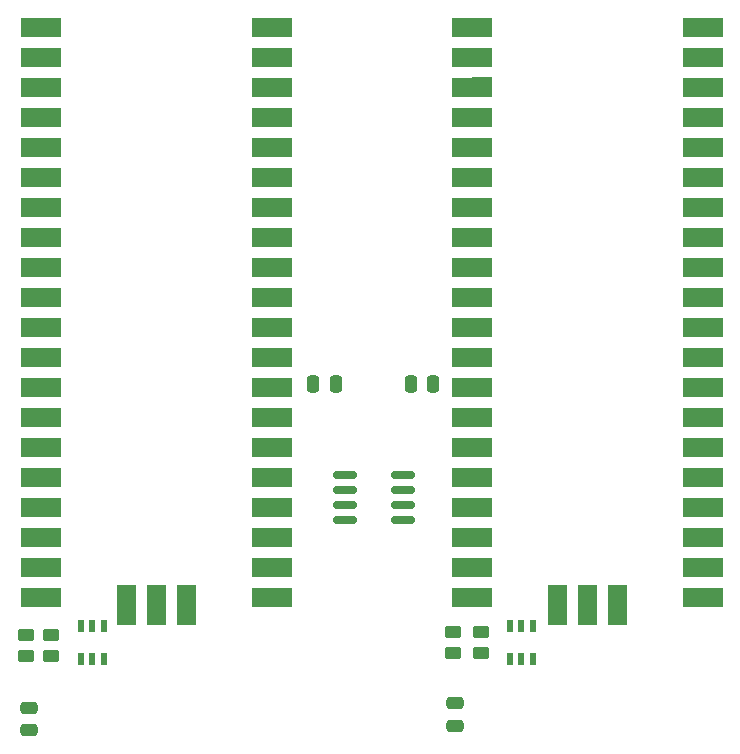
<source format=gbr>
%TF.GenerationSoftware,KiCad,Pcbnew,7.0.9*%
%TF.CreationDate,2024-01-30T21:05:40+01:00*%
%TF.ProjectId,DeskHop_Rev1,4465736b-486f-4705-9f52-6576312e6b69,rev?*%
%TF.SameCoordinates,Original*%
%TF.FileFunction,Paste,Top*%
%TF.FilePolarity,Positive*%
%FSLAX46Y46*%
G04 Gerber Fmt 4.6, Leading zero omitted, Abs format (unit mm)*
G04 Created by KiCad (PCBNEW 7.0.9) date 2024-01-30 21:05:40*
%MOMM*%
%LPD*%
G01*
G04 APERTURE LIST*
G04 Aperture macros list*
%AMRoundRect*
0 Rectangle with rounded corners*
0 $1 Rounding radius*
0 $2 $3 $4 $5 $6 $7 $8 $9 X,Y pos of 4 corners*
0 Add a 4 corners polygon primitive as box body*
4,1,4,$2,$3,$4,$5,$6,$7,$8,$9,$2,$3,0*
0 Add four circle primitives for the rounded corners*
1,1,$1+$1,$2,$3*
1,1,$1+$1,$4,$5*
1,1,$1+$1,$6,$7*
1,1,$1+$1,$8,$9*
0 Add four rect primitives between the rounded corners*
20,1,$1+$1,$2,$3,$4,$5,0*
20,1,$1+$1,$4,$5,$6,$7,0*
20,1,$1+$1,$6,$7,$8,$9,0*
20,1,$1+$1,$8,$9,$2,$3,0*%
G04 Aperture macros list end*
%ADD10C,0.100000*%
%ADD11R,1.700000X1.700000*%
%ADD12RoundRect,0.250000X-0.250000X-0.475000X0.250000X-0.475000X0.250000X0.475000X-0.250000X0.475000X0*%
%ADD13RoundRect,0.250000X-0.475000X0.250000X-0.475000X-0.250000X0.475000X-0.250000X0.475000X0.250000X0*%
%ADD14R,0.550013X1.000000*%
%ADD15RoundRect,0.250000X-0.450000X0.262500X-0.450000X-0.262500X0.450000X-0.262500X0.450000X0.262500X0*%
%ADD16RoundRect,0.150000X-0.825000X-0.150000X0.825000X-0.150000X0.825000X0.150000X-0.825000X0.150000X0*%
%ADD17RoundRect,0.250000X0.250000X0.475000X-0.250000X0.475000X-0.250000X-0.475000X0.250000X-0.475000X0*%
G04 APERTURE END LIST*
D10*
X60317381Y-83568061D02*
X57015381Y-83568061D01*
X57015381Y-82044061D01*
X60317381Y-82044061D01*
X60317381Y-83568061D01*
G36*
X60317381Y-83568061D02*
G01*
X57015381Y-83568061D01*
X57015381Y-82044061D01*
X60317381Y-82044061D01*
X60317381Y-83568061D01*
G37*
X96774000Y-81026000D02*
X93472000Y-81026000D01*
X93472000Y-79502000D01*
X96774000Y-79502000D01*
X96774000Y-81026000D01*
G36*
X96774000Y-81026000D02*
G01*
X93472000Y-81026000D01*
X93472000Y-79502000D01*
X96774000Y-79502000D01*
X96774000Y-81026000D01*
G37*
X60315734Y-70825047D02*
X57013734Y-70825047D01*
X57013734Y-69301047D01*
X60315734Y-69301047D01*
X60315734Y-70825047D01*
G36*
X60315734Y-70825047D02*
G01*
X57013734Y-70825047D01*
X57013734Y-69301047D01*
X60315734Y-69301047D01*
X60315734Y-70825047D01*
G37*
X40721244Y-68282544D02*
X37419244Y-68282544D01*
X37419244Y-66758544D01*
X40721244Y-66758544D01*
X40721244Y-68282544D01*
G36*
X40721244Y-68282544D02*
G01*
X37419244Y-68282544D01*
X37419244Y-66758544D01*
X40721244Y-66758544D01*
X40721244Y-68282544D01*
G37*
X77216000Y-88646000D02*
X73914000Y-88646000D01*
X73914000Y-87122000D01*
X77216000Y-87122000D01*
X77216000Y-88646000D01*
G36*
X77216000Y-88646000D02*
G01*
X73914000Y-88646000D01*
X73914000Y-87122000D01*
X77216000Y-87122000D01*
X77216000Y-88646000D01*
G37*
X40721244Y-78442544D02*
X37419244Y-78442544D01*
X37419244Y-76918544D01*
X40721244Y-76918544D01*
X40721244Y-78442544D01*
G36*
X40721244Y-78442544D02*
G01*
X37419244Y-78442544D01*
X37419244Y-76918544D01*
X40721244Y-76918544D01*
X40721244Y-78442544D01*
G37*
X40721244Y-60662544D02*
X37419244Y-60662544D01*
X37419244Y-59138544D01*
X40721244Y-59138544D01*
X40721244Y-60662544D01*
G36*
X40721244Y-60662544D02*
G01*
X37419244Y-60662544D01*
X37419244Y-59138544D01*
X40721244Y-59138544D01*
X40721244Y-60662544D01*
G37*
X96774000Y-50546000D02*
X93472000Y-50546000D01*
X93472000Y-49022000D01*
X96774000Y-49022000D01*
X96774000Y-50546000D01*
G36*
X96774000Y-50546000D02*
G01*
X93472000Y-50546000D01*
X93472000Y-49022000D01*
X96774000Y-49022000D01*
X96774000Y-50546000D01*
G37*
X96774000Y-70866000D02*
X93472000Y-70866000D01*
X93472000Y-69342000D01*
X96774000Y-69342000D01*
X96774000Y-70866000D01*
G36*
X96774000Y-70866000D02*
G01*
X93472000Y-70866000D01*
X93472000Y-69342000D01*
X96774000Y-69342000D01*
X96774000Y-70866000D01*
G37*
X77216000Y-81026000D02*
X73914000Y-81026000D01*
X73914000Y-79502000D01*
X77216000Y-79502000D01*
X77216000Y-81026000D01*
G36*
X77216000Y-81026000D02*
G01*
X73914000Y-81026000D01*
X73914000Y-79502000D01*
X77216000Y-79502000D01*
X77216000Y-81026000D01*
G37*
X96774000Y-88646000D02*
X93472000Y-88646000D01*
X93472000Y-87122000D01*
X96774000Y-87122000D01*
X96774000Y-88646000D01*
G36*
X96774000Y-88646000D02*
G01*
X93472000Y-88646000D01*
X93472000Y-87122000D01*
X96774000Y-87122000D01*
X96774000Y-88646000D01*
G37*
X60315734Y-73365047D02*
X57013734Y-73365047D01*
X57013734Y-71841047D01*
X60315734Y-71841047D01*
X60315734Y-73365047D01*
G36*
X60315734Y-73365047D02*
G01*
X57013734Y-73365047D01*
X57013734Y-71841047D01*
X60315734Y-71841047D01*
X60315734Y-73365047D01*
G37*
X96774000Y-68326000D02*
X93472000Y-68326000D01*
X93472000Y-66802000D01*
X96774000Y-66802000D01*
X96774000Y-68326000D01*
G36*
X96774000Y-68326000D02*
G01*
X93472000Y-68326000D01*
X93472000Y-66802000D01*
X96774000Y-66802000D01*
X96774000Y-68326000D01*
G37*
X60315734Y-75905047D02*
X57013734Y-75905047D01*
X57013734Y-74381047D01*
X60315734Y-74381047D01*
X60315734Y-75905047D01*
G36*
X60315734Y-75905047D02*
G01*
X57013734Y-75905047D01*
X57013734Y-74381047D01*
X60315734Y-74381047D01*
X60315734Y-75905047D01*
G37*
X96774000Y-91186000D02*
X93472000Y-91186000D01*
X93472000Y-89662000D01*
X96774000Y-89662000D01*
X96774000Y-91186000D01*
G36*
X96774000Y-91186000D02*
G01*
X93472000Y-91186000D01*
X93472000Y-89662000D01*
X96774000Y-89662000D01*
X96774000Y-91186000D01*
G37*
X49654297Y-95249999D02*
X48130297Y-95249999D01*
X48130297Y-91947999D01*
X49654297Y-91947999D01*
X49654297Y-95249999D01*
G36*
X49654297Y-95249999D02*
G01*
X48130297Y-95249999D01*
X48130297Y-91947999D01*
X49654297Y-91947999D01*
X49654297Y-95249999D01*
G37*
X40721244Y-73362544D02*
X37419244Y-73362544D01*
X37419244Y-71838544D01*
X40721244Y-71838544D01*
X40721244Y-73362544D01*
G36*
X40721244Y-73362544D02*
G01*
X37419244Y-73362544D01*
X37419244Y-71838544D01*
X40721244Y-71838544D01*
X40721244Y-73362544D01*
G37*
X77216000Y-68326000D02*
X73914000Y-68326000D01*
X73914000Y-66802000D01*
X77216000Y-66802000D01*
X77216000Y-68326000D01*
G36*
X77216000Y-68326000D02*
G01*
X73914000Y-68326000D01*
X73914000Y-66802000D01*
X77216000Y-66802000D01*
X77216000Y-68326000D01*
G37*
X96774000Y-65786000D02*
X93472000Y-65786000D01*
X93472000Y-64262000D01*
X96774000Y-64262000D01*
X96774000Y-65786000D01*
G36*
X96774000Y-65786000D02*
G01*
X93472000Y-65786000D01*
X93472000Y-64262000D01*
X96774000Y-64262000D01*
X96774000Y-65786000D01*
G37*
X96774000Y-86106000D02*
X93472000Y-86106000D01*
X93472000Y-84582000D01*
X96774000Y-84582000D01*
X96774000Y-86106000D01*
G36*
X96774000Y-86106000D02*
G01*
X93472000Y-86106000D01*
X93472000Y-84582000D01*
X96774000Y-84582000D01*
X96774000Y-86106000D01*
G37*
X60317381Y-93728061D02*
X57015381Y-93728061D01*
X57015381Y-92204061D01*
X60317381Y-92204061D01*
X60317381Y-93728061D01*
G36*
X60317381Y-93728061D02*
G01*
X57015381Y-93728061D01*
X57015381Y-92204061D01*
X60317381Y-92204061D01*
X60317381Y-93728061D01*
G37*
X77216000Y-50546000D02*
X73914000Y-50546000D01*
X73914000Y-49022000D01*
X77216000Y-49022000D01*
X77216000Y-50546000D01*
G36*
X77216000Y-50546000D02*
G01*
X73914000Y-50546000D01*
X73914000Y-49022000D01*
X77216000Y-49022000D01*
X77216000Y-50546000D01*
G37*
X96774000Y-58166000D02*
X93472000Y-58166000D01*
X93472000Y-56642000D01*
X96774000Y-56642000D01*
X96774000Y-58166000D01*
G36*
X96774000Y-58166000D02*
G01*
X93472000Y-58166000D01*
X93472000Y-56642000D01*
X96774000Y-56642000D01*
X96774000Y-58166000D01*
G37*
X40717563Y-47970959D02*
X37415563Y-47970959D01*
X37415563Y-46446959D01*
X40717563Y-46446959D01*
X40717563Y-47970959D01*
G36*
X40717563Y-47970959D02*
G01*
X37415563Y-47970959D01*
X37415563Y-46446959D01*
X40717563Y-46446959D01*
X40717563Y-47970959D01*
G37*
X77216000Y-60706000D02*
X73914000Y-60706000D01*
X73914000Y-59182000D01*
X77216000Y-59182000D01*
X77216000Y-60706000D01*
G36*
X77216000Y-60706000D02*
G01*
X73914000Y-60706000D01*
X73914000Y-59182000D01*
X77216000Y-59182000D01*
X77216000Y-60706000D01*
G37*
X77216000Y-63246000D02*
X73914000Y-63246000D01*
X73914000Y-61722000D01*
X77216000Y-61722000D01*
X77216000Y-63246000D01*
G36*
X77216000Y-63246000D02*
G01*
X73914000Y-63246000D01*
X73914000Y-61722000D01*
X77216000Y-61722000D01*
X77216000Y-63246000D01*
G37*
X60275563Y-53050959D02*
X56973563Y-53050959D01*
X56973563Y-51526959D01*
X60275563Y-51526959D01*
X60275563Y-53050959D01*
G36*
X60275563Y-53050959D02*
G01*
X56973563Y-53050959D01*
X56973563Y-51526959D01*
X60275563Y-51526959D01*
X60275563Y-53050959D01*
G37*
X77216000Y-91186000D02*
X73914000Y-91186000D01*
X73914000Y-89662000D01*
X77216000Y-89662000D01*
X77216000Y-91186000D01*
G36*
X77216000Y-91186000D02*
G01*
X73914000Y-91186000D01*
X73914000Y-89662000D01*
X77216000Y-89662000D01*
X77216000Y-91186000D01*
G37*
X83566000Y-95250000D02*
X82042000Y-95250000D01*
X82042000Y-91948000D01*
X83566000Y-91948000D01*
X83566000Y-95250000D01*
G36*
X83566000Y-95250000D02*
G01*
X82042000Y-95250000D01*
X82042000Y-91948000D01*
X83566000Y-91948000D01*
X83566000Y-95250000D01*
G37*
X96774000Y-48006000D02*
X93472000Y-48006000D01*
X93472000Y-46482000D01*
X96774000Y-46482000D01*
X96774000Y-48006000D01*
G36*
X96774000Y-48006000D02*
G01*
X93472000Y-48006000D01*
X93472000Y-46482000D01*
X96774000Y-46482000D01*
X96774000Y-48006000D01*
G37*
X40721244Y-80982544D02*
X37419244Y-80982544D01*
X37419244Y-79458544D01*
X40721244Y-79458544D01*
X40721244Y-80982544D01*
G36*
X40721244Y-80982544D02*
G01*
X37419244Y-80982544D01*
X37419244Y-79458544D01*
X40721244Y-79458544D01*
X40721244Y-80982544D01*
G37*
X40721244Y-55582544D02*
X37419244Y-55582544D01*
X37419244Y-54058544D01*
X40721244Y-54058544D01*
X40721244Y-55582544D01*
G36*
X40721244Y-55582544D02*
G01*
X37419244Y-55582544D01*
X37419244Y-54058544D01*
X40721244Y-54058544D01*
X40721244Y-55582544D01*
G37*
X40717563Y-50510959D02*
X37415563Y-50510959D01*
X37415563Y-48986959D01*
X40717563Y-48986959D01*
X40717563Y-50510959D01*
G36*
X40717563Y-50510959D02*
G01*
X37415563Y-50510959D01*
X37415563Y-48986959D01*
X40717563Y-48986959D01*
X40717563Y-50510959D01*
G37*
X40721244Y-86062544D02*
X37419244Y-86062544D01*
X37419244Y-84538544D01*
X40721244Y-84538544D01*
X40721244Y-86062544D01*
G36*
X40721244Y-86062544D02*
G01*
X37419244Y-86062544D01*
X37419244Y-84538544D01*
X40721244Y-84538544D01*
X40721244Y-86062544D01*
G37*
X40721244Y-75902544D02*
X37419244Y-75902544D01*
X37419244Y-74378544D01*
X40721244Y-74378544D01*
X40721244Y-75902544D01*
G36*
X40721244Y-75902544D02*
G01*
X37419244Y-75902544D01*
X37419244Y-74378544D01*
X40721244Y-74378544D01*
X40721244Y-75902544D01*
G37*
X40721244Y-58122544D02*
X37419244Y-58122544D01*
X37419244Y-56598544D01*
X40721244Y-56598544D01*
X40721244Y-58122544D01*
G36*
X40721244Y-58122544D02*
G01*
X37419244Y-58122544D01*
X37419244Y-56598544D01*
X40721244Y-56598544D01*
X40721244Y-58122544D01*
G37*
X40717563Y-45430959D02*
X37415563Y-45430959D01*
X37415563Y-43906959D01*
X40717563Y-43906959D01*
X40717563Y-45430959D01*
G36*
X40717563Y-45430959D02*
G01*
X37415563Y-45430959D01*
X37415563Y-43906959D01*
X40717563Y-43906959D01*
X40717563Y-45430959D01*
G37*
X60317381Y-88648061D02*
X57015381Y-88648061D01*
X57015381Y-87124061D01*
X60317381Y-87124061D01*
X60317381Y-88648061D01*
G36*
X60317381Y-88648061D02*
G01*
X57015381Y-88648061D01*
X57015381Y-87124061D01*
X60317381Y-87124061D01*
X60317381Y-88648061D01*
G37*
X77216000Y-55626000D02*
X73914000Y-55626000D01*
X73914000Y-54102000D01*
X77216000Y-54102000D01*
X77216000Y-55626000D01*
G36*
X77216000Y-55626000D02*
G01*
X73914000Y-55626000D01*
X73914000Y-54102000D01*
X77216000Y-54102000D01*
X77216000Y-55626000D01*
G37*
X86106000Y-95250000D02*
X84582000Y-95250000D01*
X84582000Y-91948000D01*
X86106000Y-91948000D01*
X86106000Y-95250000D01*
G36*
X86106000Y-95250000D02*
G01*
X84582000Y-95250000D01*
X84582000Y-91948000D01*
X86106000Y-91948000D01*
X86106000Y-95250000D01*
G37*
X77216000Y-45466000D02*
X73914000Y-45466000D01*
X73914000Y-43942000D01*
X77216000Y-43942000D01*
X77216000Y-45466000D01*
G36*
X77216000Y-45466000D02*
G01*
X73914000Y-45466000D01*
X73914000Y-43942000D01*
X77216000Y-43942000D01*
X77216000Y-45466000D01*
G37*
X96774000Y-75946000D02*
X93472000Y-75946000D01*
X93472000Y-74422000D01*
X96774000Y-74422000D01*
X96774000Y-75946000D01*
G36*
X96774000Y-75946000D02*
G01*
X93472000Y-75946000D01*
X93472000Y-74422000D01*
X96774000Y-74422000D01*
X96774000Y-75946000D01*
G37*
X40721244Y-91142544D02*
X37419244Y-91142544D01*
X37419244Y-89618544D01*
X40721244Y-89618544D01*
X40721244Y-91142544D01*
G36*
X40721244Y-91142544D02*
G01*
X37419244Y-91142544D01*
X37419244Y-89618544D01*
X40721244Y-89618544D01*
X40721244Y-91142544D01*
G37*
X47114297Y-95249999D02*
X45590297Y-95249999D01*
X45590297Y-91947999D01*
X47114297Y-91947999D01*
X47114297Y-95249999D01*
G36*
X47114297Y-95249999D02*
G01*
X45590297Y-95249999D01*
X45590297Y-91947999D01*
X47114297Y-91947999D01*
X47114297Y-95249999D01*
G37*
X60275563Y-47970959D02*
X56973563Y-47970959D01*
X56973563Y-46446959D01*
X60275563Y-46446959D01*
X60275563Y-47970959D01*
G36*
X60275563Y-47970959D02*
G01*
X56973563Y-47970959D01*
X56973563Y-46446959D01*
X60275563Y-46446959D01*
X60275563Y-47970959D01*
G37*
X96774000Y-45466000D02*
X93472000Y-45466000D01*
X93472000Y-43942000D01*
X96774000Y-43942000D01*
X96774000Y-45466000D01*
G36*
X96774000Y-45466000D02*
G01*
X93472000Y-45466000D01*
X93472000Y-43942000D01*
X96774000Y-43942000D01*
X96774000Y-45466000D01*
G37*
X77216000Y-75946000D02*
X73914000Y-75946000D01*
X73914000Y-74422000D01*
X77216000Y-74422000D01*
X77216000Y-75946000D01*
G36*
X77216000Y-75946000D02*
G01*
X73914000Y-75946000D01*
X73914000Y-74422000D01*
X77216000Y-74422000D01*
X77216000Y-75946000D01*
G37*
X96774000Y-63246000D02*
X93472000Y-63246000D01*
X93472000Y-61722000D01*
X96774000Y-61722000D01*
X96774000Y-63246000D01*
G36*
X96774000Y-63246000D02*
G01*
X93472000Y-63246000D01*
X93472000Y-61722000D01*
X96774000Y-61722000D01*
X96774000Y-63246000D01*
G37*
X60275563Y-50510959D02*
X56973563Y-50510959D01*
X56973563Y-48986959D01*
X60275563Y-48986959D01*
X60275563Y-50510959D01*
G36*
X60275563Y-50510959D02*
G01*
X56973563Y-50510959D01*
X56973563Y-48986959D01*
X60275563Y-48986959D01*
X60275563Y-50510959D01*
G37*
X60315734Y-63205047D02*
X57013734Y-63205047D01*
X57013734Y-61681047D01*
X60315734Y-61681047D01*
X60315734Y-63205047D01*
G36*
X60315734Y-63205047D02*
G01*
X57013734Y-63205047D01*
X57013734Y-61681047D01*
X60315734Y-61681047D01*
X60315734Y-63205047D01*
G37*
X96774000Y-55626000D02*
X93472000Y-55626000D01*
X93472000Y-54102000D01*
X96774000Y-54102000D01*
X96774000Y-55626000D01*
G36*
X96774000Y-55626000D02*
G01*
X93472000Y-55626000D01*
X93472000Y-54102000D01*
X96774000Y-54102000D01*
X96774000Y-55626000D01*
G37*
X60317381Y-91188061D02*
X57015381Y-91188061D01*
X57015381Y-89664061D01*
X60317381Y-89664061D01*
X60317381Y-91188061D01*
G36*
X60317381Y-91188061D02*
G01*
X57015381Y-91188061D01*
X57015381Y-89664061D01*
X60317381Y-89664061D01*
X60317381Y-91188061D01*
G37*
X77216000Y-83566000D02*
X73914000Y-83566000D01*
X73914000Y-82042000D01*
X77216000Y-82042000D01*
X77216000Y-83566000D01*
G36*
X77216000Y-83566000D02*
G01*
X73914000Y-83566000D01*
X73914000Y-82042000D01*
X77216000Y-82042000D01*
X77216000Y-83566000D01*
G37*
X60275563Y-45430959D02*
X56973563Y-45430959D01*
X56973563Y-43906959D01*
X60275563Y-43906959D01*
X60275563Y-45430959D01*
G36*
X60275563Y-45430959D02*
G01*
X56973563Y-45430959D01*
X56973563Y-43906959D01*
X60275563Y-43906959D01*
X60275563Y-45430959D01*
G37*
X96774000Y-93726000D02*
X93472000Y-93726000D01*
X93472000Y-92202000D01*
X96774000Y-92202000D01*
X96774000Y-93726000D01*
G36*
X96774000Y-93726000D02*
G01*
X93472000Y-93726000D01*
X93472000Y-92202000D01*
X96774000Y-92202000D01*
X96774000Y-93726000D01*
G37*
X60317381Y-78488061D02*
X57015381Y-78488061D01*
X57015381Y-76964061D01*
X60317381Y-76964061D01*
X60317381Y-78488061D01*
G36*
X60317381Y-78488061D02*
G01*
X57015381Y-78488061D01*
X57015381Y-76964061D01*
X60317381Y-76964061D01*
X60317381Y-78488061D01*
G37*
X40721244Y-88602544D02*
X37419244Y-88602544D01*
X37419244Y-87078544D01*
X40721244Y-87078544D01*
X40721244Y-88602544D01*
G36*
X40721244Y-88602544D02*
G01*
X37419244Y-88602544D01*
X37419244Y-87078544D01*
X40721244Y-87078544D01*
X40721244Y-88602544D01*
G37*
X52194297Y-95249999D02*
X50670297Y-95249999D01*
X50670297Y-91947999D01*
X52194297Y-91947999D01*
X52194297Y-95249999D01*
G36*
X52194297Y-95249999D02*
G01*
X50670297Y-95249999D01*
X50670297Y-91947999D01*
X52194297Y-91947999D01*
X52194297Y-95249999D01*
G37*
X60315734Y-65745047D02*
X57013734Y-65745047D01*
X57013734Y-64221047D01*
X60315734Y-64221047D01*
X60315734Y-65745047D01*
G36*
X60315734Y-65745047D02*
G01*
X57013734Y-65745047D01*
X57013734Y-64221047D01*
X60315734Y-64221047D01*
X60315734Y-65745047D01*
G37*
X77216000Y-53086000D02*
X73914000Y-53086000D01*
X73914000Y-51562000D01*
X77216000Y-51562000D01*
X77216000Y-53086000D01*
G36*
X77216000Y-53086000D02*
G01*
X73914000Y-53086000D01*
X73914000Y-51562000D01*
X77216000Y-51562000D01*
X77216000Y-53086000D01*
G37*
X96774000Y-53086000D02*
X93472000Y-53086000D01*
X93472000Y-51562000D01*
X96774000Y-51562000D01*
X96774000Y-53086000D01*
G36*
X96774000Y-53086000D02*
G01*
X93472000Y-53086000D01*
X93472000Y-51562000D01*
X96774000Y-51562000D01*
X96774000Y-53086000D01*
G37*
X40721244Y-70822544D02*
X37419244Y-70822544D01*
X37419244Y-69298544D01*
X40721244Y-69298544D01*
X40721244Y-70822544D01*
G36*
X40721244Y-70822544D02*
G01*
X37419244Y-70822544D01*
X37419244Y-69298544D01*
X40721244Y-69298544D01*
X40721244Y-70822544D01*
G37*
X40721244Y-93682544D02*
X37419244Y-93682544D01*
X37419244Y-92158544D01*
X40721244Y-92158544D01*
X40721244Y-93682544D01*
G36*
X40721244Y-93682544D02*
G01*
X37419244Y-93682544D01*
X37419244Y-92158544D01*
X40721244Y-92158544D01*
X40721244Y-93682544D01*
G37*
X96774000Y-83566000D02*
X93472000Y-83566000D01*
X93472000Y-82042000D01*
X96774000Y-82042000D01*
X96774000Y-83566000D01*
G36*
X96774000Y-83566000D02*
G01*
X93472000Y-83566000D01*
X93472000Y-82042000D01*
X96774000Y-82042000D01*
X96774000Y-83566000D01*
G37*
X77216000Y-58166000D02*
X73914000Y-58166000D01*
X73914000Y-56642000D01*
X77216000Y-56642000D01*
X77216000Y-58166000D01*
G36*
X77216000Y-58166000D02*
G01*
X73914000Y-58166000D01*
X73914000Y-56642000D01*
X77216000Y-56642000D01*
X77216000Y-58166000D01*
G37*
X77216000Y-48006000D02*
X73914000Y-48006000D01*
X73914000Y-46482000D01*
X77216000Y-46482000D01*
X77216000Y-48006000D01*
G36*
X77216000Y-48006000D02*
G01*
X73914000Y-48006000D01*
X73914000Y-46482000D01*
X77216000Y-46482000D01*
X77216000Y-48006000D01*
G37*
X60315734Y-60665047D02*
X57013734Y-60665047D01*
X57013734Y-59141047D01*
X60315734Y-59141047D01*
X60315734Y-60665047D01*
G36*
X60315734Y-60665047D02*
G01*
X57013734Y-60665047D01*
X57013734Y-59141047D01*
X60315734Y-59141047D01*
X60315734Y-60665047D01*
G37*
X96774000Y-78486000D02*
X93472000Y-78486000D01*
X93472000Y-76962000D01*
X96774000Y-76962000D01*
X96774000Y-78486000D01*
G36*
X96774000Y-78486000D02*
G01*
X93472000Y-78486000D01*
X93472000Y-76962000D01*
X96774000Y-76962000D01*
X96774000Y-78486000D01*
G37*
X60315734Y-68285047D02*
X57013734Y-68285047D01*
X57013734Y-66761047D01*
X60315734Y-66761047D01*
X60315734Y-68285047D01*
G36*
X60315734Y-68285047D02*
G01*
X57013734Y-68285047D01*
X57013734Y-66761047D01*
X60315734Y-66761047D01*
X60315734Y-68285047D01*
G37*
X60317381Y-81028061D02*
X57015381Y-81028061D01*
X57015381Y-79504061D01*
X60317381Y-79504061D01*
X60317381Y-81028061D01*
G36*
X60317381Y-81028061D02*
G01*
X57015381Y-81028061D01*
X57015381Y-79504061D01*
X60317381Y-79504061D01*
X60317381Y-81028061D01*
G37*
X77216000Y-86106000D02*
X73914000Y-86106000D01*
X73914000Y-84582000D01*
X77216000Y-84582000D01*
X77216000Y-86106000D01*
G36*
X77216000Y-86106000D02*
G01*
X73914000Y-86106000D01*
X73914000Y-84582000D01*
X77216000Y-84582000D01*
X77216000Y-86106000D01*
G37*
X77216000Y-65786000D02*
X73914000Y-65786000D01*
X73914000Y-64262000D01*
X77216000Y-64262000D01*
X77216000Y-65786000D01*
G36*
X77216000Y-65786000D02*
G01*
X73914000Y-65786000D01*
X73914000Y-64262000D01*
X77216000Y-64262000D01*
X77216000Y-65786000D01*
G37*
X40721244Y-65742544D02*
X37419244Y-65742544D01*
X37419244Y-64218544D01*
X40721244Y-64218544D01*
X40721244Y-65742544D01*
G36*
X40721244Y-65742544D02*
G01*
X37419244Y-65742544D01*
X37419244Y-64218544D01*
X40721244Y-64218544D01*
X40721244Y-65742544D01*
G37*
X96774000Y-60706000D02*
X93472000Y-60706000D01*
X93472000Y-59182000D01*
X96774000Y-59182000D01*
X96774000Y-60706000D01*
G36*
X96774000Y-60706000D02*
G01*
X93472000Y-60706000D01*
X93472000Y-59182000D01*
X96774000Y-59182000D01*
X96774000Y-60706000D01*
G37*
X77216000Y-73406000D02*
X73914000Y-73406000D01*
X73914000Y-71882000D01*
X77216000Y-71882000D01*
X77216000Y-73406000D01*
G36*
X77216000Y-73406000D02*
G01*
X73914000Y-73406000D01*
X73914000Y-71882000D01*
X77216000Y-71882000D01*
X77216000Y-73406000D01*
G37*
X77216000Y-78486000D02*
X73914000Y-78486000D01*
X73914000Y-76962000D01*
X77216000Y-76962000D01*
X77216000Y-78486000D01*
G36*
X77216000Y-78486000D02*
G01*
X73914000Y-78486000D01*
X73914000Y-76962000D01*
X77216000Y-76962000D01*
X77216000Y-78486000D01*
G37*
X40717563Y-53050959D02*
X37415563Y-53050959D01*
X37415563Y-51526959D01*
X40717563Y-51526959D01*
X40717563Y-53050959D01*
G36*
X40717563Y-53050959D02*
G01*
X37415563Y-53050959D01*
X37415563Y-51526959D01*
X40717563Y-51526959D01*
X40717563Y-53050959D01*
G37*
X60315734Y-55585047D02*
X57013734Y-55585047D01*
X57013734Y-54061047D01*
X60315734Y-54061047D01*
X60315734Y-55585047D01*
G36*
X60315734Y-55585047D02*
G01*
X57013734Y-55585047D01*
X57013734Y-54061047D01*
X60315734Y-54061047D01*
X60315734Y-55585047D01*
G37*
X40721244Y-83522544D02*
X37419244Y-83522544D01*
X37419244Y-81998544D01*
X40721244Y-81998544D01*
X40721244Y-83522544D01*
G36*
X40721244Y-83522544D02*
G01*
X37419244Y-83522544D01*
X37419244Y-81998544D01*
X40721244Y-81998544D01*
X40721244Y-83522544D01*
G37*
X96774000Y-73406000D02*
X93472000Y-73406000D01*
X93472000Y-71882000D01*
X96774000Y-71882000D01*
X96774000Y-73406000D01*
G36*
X96774000Y-73406000D02*
G01*
X93472000Y-73406000D01*
X93472000Y-71882000D01*
X96774000Y-71882000D01*
X96774000Y-73406000D01*
G37*
X77216000Y-70866000D02*
X73914000Y-70866000D01*
X73914000Y-69342000D01*
X77216000Y-69342000D01*
X77216000Y-70866000D01*
G36*
X77216000Y-70866000D02*
G01*
X73914000Y-70866000D01*
X73914000Y-69342000D01*
X77216000Y-69342000D01*
X77216000Y-70866000D01*
G37*
X88646000Y-95250000D02*
X87122000Y-95250000D01*
X87122000Y-91948000D01*
X88646000Y-91948000D01*
X88646000Y-95250000D01*
G36*
X88646000Y-95250000D02*
G01*
X87122000Y-95250000D01*
X87122000Y-91948000D01*
X88646000Y-91948000D01*
X88646000Y-95250000D01*
G37*
X40721244Y-63202544D02*
X37419244Y-63202544D01*
X37419244Y-61678544D01*
X40721244Y-61678544D01*
X40721244Y-63202544D01*
G36*
X40721244Y-63202544D02*
G01*
X37419244Y-63202544D01*
X37419244Y-61678544D01*
X40721244Y-61678544D01*
X40721244Y-63202544D01*
G37*
X77216000Y-93726000D02*
X73914000Y-93726000D01*
X73914000Y-92202000D01*
X77216000Y-92202000D01*
X77216000Y-93726000D01*
G36*
X77216000Y-93726000D02*
G01*
X73914000Y-93726000D01*
X73914000Y-92202000D01*
X77216000Y-92202000D01*
X77216000Y-93726000D01*
G37*
X60315734Y-58125047D02*
X57013734Y-58125047D01*
X57013734Y-56601047D01*
X60315734Y-56601047D01*
X60315734Y-58125047D01*
G36*
X60315734Y-58125047D02*
G01*
X57013734Y-58125047D01*
X57013734Y-56601047D01*
X60315734Y-56601047D01*
X60315734Y-58125047D01*
G37*
X60317381Y-86108061D02*
X57015381Y-86108061D01*
X57015381Y-84584061D01*
X60317381Y-84584061D01*
X60317381Y-86108061D01*
G36*
X60317381Y-86108061D02*
G01*
X57015381Y-86108061D01*
X57015381Y-84584061D01*
X60317381Y-84584061D01*
X60317381Y-86108061D01*
G37*
D11*
%TO.C,U1*%
X76454000Y-49784000D03*
%TD*%
D12*
%TO.C,C2*%
X70424000Y-74930000D03*
X72324000Y-74930000D03*
%TD*%
D13*
%TO.C,C4*%
X74168000Y-101920000D03*
X74168000Y-103820000D03*
%TD*%
D14*
%TO.C,U3*%
X80756396Y-95359949D03*
X79806434Y-95359949D03*
X78856472Y-95359949D03*
X78856472Y-98160051D03*
X79806434Y-98160051D03*
X80756396Y-98160051D03*
%TD*%
D15*
%TO.C,R3*%
X37846000Y-97940500D03*
X37846000Y-96115500D03*
%TD*%
%TO.C,R2*%
X76403200Y-97686500D03*
X76403200Y-95861500D03*
%TD*%
D14*
%TO.C,U5*%
X44419860Y-95369949D03*
X43469898Y-95369949D03*
X42519936Y-95369949D03*
X42519936Y-98170051D03*
X43469898Y-98170051D03*
X44419860Y-98170051D03*
%TD*%
D15*
%TO.C,R1*%
X74015600Y-95861500D03*
X74015600Y-97686500D03*
%TD*%
D16*
%TO.C,U4*%
X64835000Y-82571110D03*
X64835000Y-83841110D03*
X64835000Y-85111110D03*
X64835000Y-86381110D03*
X69785000Y-86381110D03*
X69785000Y-85111110D03*
X69785000Y-83841110D03*
X69785000Y-82571110D03*
%TD*%
D15*
%TO.C,R4*%
X40005000Y-96115500D03*
X40005000Y-97940500D03*
%TD*%
D13*
%TO.C,C3*%
X38100000Y-104201000D03*
X38100000Y-102301000D03*
%TD*%
D17*
%TO.C,C1*%
X64069000Y-74930000D03*
X62169000Y-74930000D03*
%TD*%
M02*

</source>
